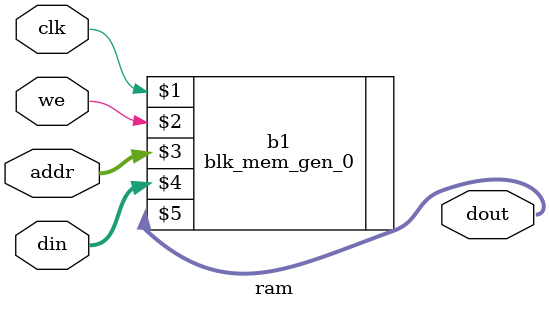
<source format=v>

module ram (

	input			clk,
	input			we,
	input	[5:0]	addr,
	input	[7:0]	din,
	output	[7:0]	dout

);

    blk_mem_gen_0 b1 (clk, we, addr, din, dout);

endmodule
</source>
